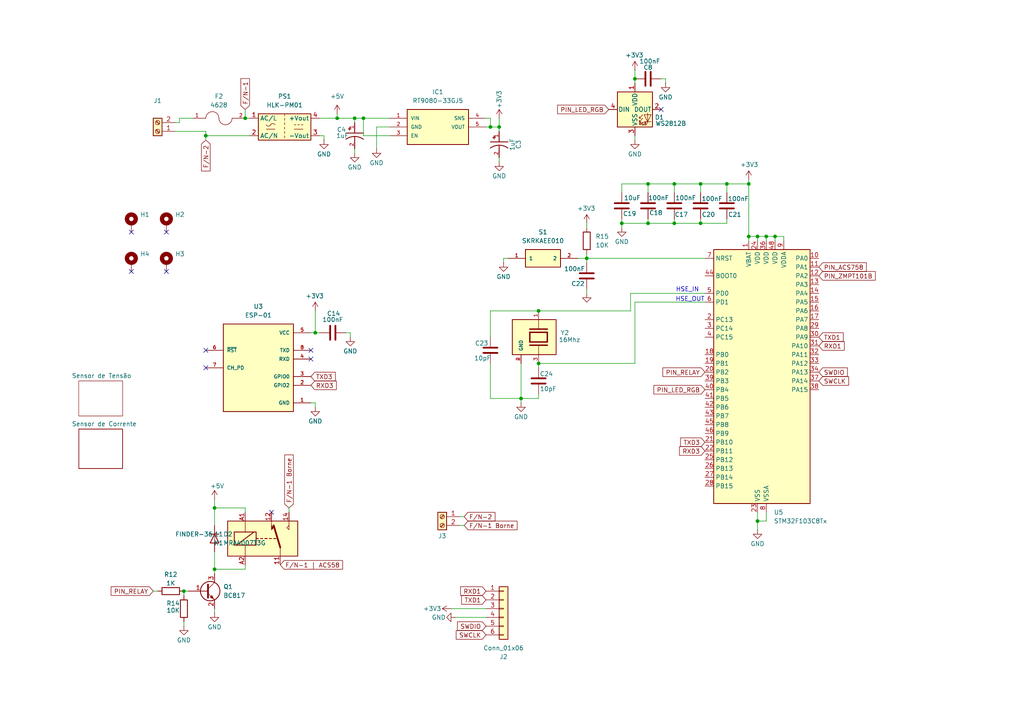
<source format=kicad_sch>
(kicad_sch (version 20231120) (generator "eeschema") (generator_version "8.0")
  (paper "A4")
  (title_block (title "Power Manegement") (date "11/01/2025") (rev "V1") (comment 2 "Trabalho de UPX - 5") (comment 3 "5° Semestre - Engenharia da Computação") (comment 4 "Feito por Kaique Vecchia Alves e Nathalia Atamanchuk"))
  (lib_symbols
    (symbol "4628:4628" (pin_names (offset 1.016))
      (property "Reference" "F" (at -2.54 5.08 0))
      (property "Value" "4628" (at -2.54 -5.08 0))
      (symbol "4628_0_0"
        (arc (start 0 0) (mid -1.905 1.8967) (end -3.81 0) (stroke (width 0.1524)))
        (polyline (pts (xy -5.08 0) (xy -3.81 0)) (stroke (width 0.1524)))
        (polyline (pts (xy 5.08 0) (xy 3.81 0)) (stroke (width 0.1524)))
        (arc (start 0 0) (mid 1.905 -1.8967) (end 3.81 0) (stroke (width 0.1524)))
        (pin passive line (at -7.62 0 0) (length 2.54) (name "~") (number "1"))
        (pin passive line (at 7.62 0 180) (length 2.54) (name "~") (number "2"))
      )
    )
    (symbol "Connector:Screw_Terminal_01x02" (pin_names (offset 1.016) hide)
      (property "Reference" "J" (at 0 2.54 0))
      (property "Value" "Screw_Terminal_01x02" (at 0 -5.08 0))
      (symbol "Screw_Terminal_01x02_1_1"
        (rectangle (start -1.27 1.27) (end 1.27 -3.81) (stroke (width 0.254)) (fill (type background)))
        (circle (center 0 -2.54) (radius 0.635) (stroke (width 0.1524)))
        (polyline (pts (xy -0.5334 -2.2098) (xy 0.3302 -3.048)) (stroke (width 0.1524)))
        (polyline (pts (xy -0.5334 0.3302) (xy 0.3302 -0.508)) (stroke (width 0.1524)))
        (polyline (pts (xy -0.3556 -2.032) (xy 0.508 -2.8702)) (stroke (width 0.1524)))
        (polyline (pts (xy -0.3556 0.508) (xy 0.508 -0.3302)) (stroke (width 0.1524)))
        (circle (center 0 0) (radius 0.635) (stroke (width 0.1524)))
        (pin passive line (at -5.08 0 0) (length 3.81) (name "Pin_1") (number "1"))
        (pin passive line (at -5.08 -2.54 0) (length 3.81) (name "Pin_2") (number "2"))
      )
    )
    (symbol "Connector_Generic:Conn_01x06" (pin_names (offset 1.016) hide)
      (property "Reference" "J" (at 0 7.62 0))
      (property "Value" "Conn_01x06" (at 0 -10.16 0))
      (symbol "Conn_01x06_1_1"
        (rectangle (start -1.27 -7.493) (end 0 -7.747) (stroke (width 0.1524)))
        (rectangle (start -1.27 -4.953) (end 0 -5.207) (stroke (width 0.1524)))
        (rectangle (start -1.27 -2.413) (end 0 -2.667) (stroke (width 0.1524)))
        (rectangle (start -1.27 0.127) (end 0 -0.127) (stroke (width 0.1524)))
        (rectangle (start -1.27 2.667) (end 0 2.413) (stroke (width 0.1524)))
        (rectangle (start -1.27 5.207) (end 0 4.953) (stroke (width 0.1524)))
        (rectangle (start -1.27 6.35) (end 1.27 -8.89) (stroke (width 0.254)) (fill (type background)))
        (pin passive line (at -5.08 5.08 0) (length 3.81) (name "Pin_1") (number "1"))
        (pin passive line (at -5.08 2.54 0) (length 3.81) (name "Pin_2") (number "2"))
        (pin passive line (at -5.08 0 0) (length 3.81) (name "Pin_3") (number "3"))
        (pin passive line (at -5.08 -2.54 0) (length 3.81) (name "Pin_4") (number "4"))
        (pin passive line (at -5.08 -5.08 0) (length 3.81) (name "Pin_5") (number "5"))
        (pin passive line (at -5.08 -7.62 0) (length 3.81) (name "Pin_6") (number "6"))
      )
    )
    (symbol "Converter_ACDC:HLK-PM01"
      (property "Reference" "PS" (at 0 5.08 0))
      (property "Value" "HLK-PM01" (at 0 -5.08 0))
      (symbol "HLK-PM01_0_1"
        (rectangle (start -7.62 3.81) (end 7.62 -3.81) (stroke (width 0.254)) (fill (type background)))
        (arc (start -5.334 0.635) (mid -4.699 0.2495) (end -4.064 0.635))
        (arc (start -2.794 0.635) (mid -3.429 1.0072) (end -4.064 0.635))
        (polyline (pts (xy -5.334 -0.635) (xy -2.794 -0.635)))
        (polyline (pts (xy 0 -2.54) (xy 0 -3.175)))
        (polyline (pts (xy 0 -1.27) (xy 0 -1.905)))
        (polyline (pts (xy 0 0) (xy 0 -0.635)))
        (polyline (pts (xy 0 1.27) (xy 0 0.635)))
        (polyline (pts (xy 0 2.54) (xy 0 1.905)))
        (polyline (pts (xy 0 3.81) (xy 0 3.175)))
        (polyline (pts (xy 2.794 -0.635) (xy 5.334 -0.635)))
        (polyline (pts (xy 2.794 0.635) (xy 3.302 0.635)))
        (polyline (pts (xy 3.81 0.635) (xy 4.318 0.635)))
        (polyline (pts (xy 4.826 0.635) (xy 5.334 0.635)))
      )
      (symbol "HLK-PM01_1_1"
        (pin power_in line (at -10.16 2.54 0) (length 2.54) (name "AC/L") (number "1"))
        (pin power_in line (at -10.16 -2.54 0) (length 2.54) (name "AC/N") (number "2"))
        (pin power_out line (at 10.16 -2.54 180) (length 2.54) (name "-Vout") (number "3"))
        (pin power_out line (at 10.16 2.54 180) (length 2.54) (name "+Vout") (number "4"))
      )
    )
    (symbol "Device:C" (pin_numbers hide) (pin_names (offset 0.254))
      (property "Reference" "C" (at 0.635 2.54 0))
      (property "Value" "C" (at 0.635 -2.54 0))
      (symbol "C_0_1"
        (polyline (pts (xy -2.032 -0.762) (xy 2.032 -0.762)) (stroke (width 0.508)))
        (polyline (pts (xy -2.032 0.762) (xy 2.032 0.762)) (stroke (width 0.508)))
      )
      (symbol "C_1_1"
        (pin passive line (at 0 3.81 270) (length 2.794) (name "~") (number "1"))
        (pin passive line (at 0 -3.81 90) (length 2.794) (name "~") (number "2"))
      )
    )
    (symbol "Device:R" (pin_numbers hide) (pin_names (offset 0))
      (property "Reference" "R" (at 2.032 0 90))
      (property "Value" "R" (at 0 0 90))
      (symbol "R_0_1"
        (rectangle (start -1.016 -2.54) (end 1.016 2.54) (stroke (width 0.254)))
      )
      (symbol "R_1_1"
        (pin passive line (at 0 3.81 270) (length 1.27) (name "~") (number "1"))
        (pin passive line (at 0 -3.81 90) (length 1.27) (name "~") (number "2"))
      )
    )
    (symbol "Diode:MRA4007T3G" (pin_numbers hide) (pin_names hide)
      (property "Reference" "D" (at 0 2.54 0))
      (property "Value" "MRA4007T3G" (at 0 -2.54 0))
      (symbol "MRA4007T3G_0_1"
        (polyline (pts (xy -1.27 1.27) (xy -1.27 -1.27)) (stroke (width 0.254)))
        (polyline (pts (xy 1.27 0) (xy -1.27 0)))
        (polyline (pts (xy 1.27 1.27) (xy 1.27 -1.27) (xy -1.27 0) (xy 1.27 1.27)) (stroke (width 0.254)))
      )
      (symbol "MRA4007T3G_1_1"
        (pin passive line (at -3.81 0 0) (length 2.54) (name "K") (number "1"))
        (pin passive line (at 3.81 0 180) (length 2.54) (name "A") (number "2"))
      )
    )
    (symbol "ESP-01:ESP-01" (pin_names (offset 1.016))
      (property "Reference" "U" (at -10.16 13.208 0))
      (property "Value" "ESP-01" (at -10.16 -12.7 0))
      (symbol "ESP-01_0_0"
        (rectangle (start -10.16 -12.7) (end 10.16 12.7) (stroke (width 0.254)) (fill (type background)))
        (pin power_in line (at 15.24 -10.16 180) (length 5.08) (name "GND") (number "1"))
        (pin bidirectional line (at 15.24 -5.08 180) (length 5.08) (name "GPIO2") (number "2"))
        (pin bidirectional line (at 15.24 -2.54 180) (length 5.08) (name "GPIO0") (number "3"))
        (pin input line (at 15.24 2.54 180) (length 5.08) (name "RXD") (number "4"))
        (pin power_in line (at 15.24 10.16 180) (length 5.08) (name "VCC") (number "5"))
        (pin input line (at -15.24 5.08 0) (length 5.08) (name "~{RST}") (number "6"))
        (pin input line (at -15.24 0 0) (length 5.08) (name "CH_PD") (number "7"))
        (pin output line (at 15.24 5.08 180) (length 5.08) (name "TXD") (number "8"))
      )
    )
    (symbol "LED:WS2812B" (pin_names (offset 0.254))
      (property "Reference" "D" (at 5.08 5.715 0))
      (property "Value" "WS2812B" (at 1.27 -5.715 0))
      (symbol "WS2812B_0_0"
        (text "RGB" (at 2.286 -4.191 0) (effects (font (size 0.762 0.762))))
      )
      (symbol "WS2812B_0_1"
        (polyline (pts (xy 1.27 -3.556) (xy 1.778 -3.556)))
        (polyline (pts (xy 1.27 -2.54) (xy 1.778 -2.54)))
        (polyline (pts (xy 4.699 -3.556) (xy 2.667 -3.556)))
        (polyline (pts (xy 2.286 -2.54) (xy 1.27 -3.556) (xy 1.27 -3.048)))
        (polyline (pts (xy 2.286 -1.524) (xy 1.27 -2.54) (xy 1.27 -2.032)))
        (polyline (pts (xy 3.683 -1.016) (xy 3.683 -3.556) (xy 3.683 -4.064)))
        (polyline (pts (xy 4.699 -1.524) (xy 2.667 -1.524) (xy 3.683 -3.556) (xy 4.699 -1.524)))
        (rectangle (start 5.08 5.08) (end -5.08 -5.08) (stroke (width 0.254)) (fill (type background)))
      )
      (symbol "WS2812B_1_1"
        (pin power_in line (at 0 7.62 270) (length 2.54) (name "VDD") (number "1"))
        (pin output line (at 7.62 0 180) (length 2.54) (name "DOUT") (number "2"))
        (pin power_in line (at 0 -7.62 90) (length 2.54) (name "VSS") (number "3"))
        (pin input line (at -7.62 0 0) (length 2.54) (name "DIN") (number "4"))
      )
    )
    (symbol "MCU_ST_STM32F1:STM32F103C8Tx"
      (property "Reference" "U" (at -12.7 39.37 0))
      (property "Value" "STM32F103C8Tx" (at 10.16 39.37 0))
      (symbol "STM32F103C8Tx_0_1"
        (rectangle (start -12.7 -35.56) (end 15.24 38.1) (stroke (width 0.254)) (fill (type background)))
      )
      (symbol "STM32F103C8Tx_1_1"
        (pin power_in line (at -2.54 40.64 270) (length 2.54) (name "VBAT") (number "1"))
        (pin bidirectional line (at 17.78 35.56 180) (length 2.54) (name "PA0") (number "10"))
        (pin bidirectional line (at 17.78 33.02 180) (length 2.54) (name "PA1") (number "11"))
        (pin bidirectional line (at 17.78 30.48 180) (length 2.54) (name "PA2") (number "12"))
        (pin bidirectional line (at 17.78 27.94 180) (length 2.54) (name "PA3") (number "13"))
        (pin bidirectional line (at 17.78 25.4 180) (length 2.54) (name "PA4") (number "14"))
        (pin bidirectional line (at 17.78 22.86 180) (length 2.54) (name "PA5") (number "15"))
        (pin bidirectional line (at 17.78 20.32 180) (length 2.54) (name "PA6") (number "16"))
        (pin bidirectional line (at 17.78 17.78 180) (length 2.54) (name "PA7") (number "17"))
        (pin bidirectional line (at -15.24 7.62 0) (length 2.54) (name "PB0") (number "18"))
        (pin bidirectional line (at -15.24 5.08 0) (length 2.54) (name "PB1") (number "19"))
        (pin bidirectional line (at -15.24 17.78 0) (length 2.54) (name "PC13") (number "2"))
        (pin bidirectional line (at -15.24 2.54 0) (length 2.54) (name "PB2") (number "20"))
        (pin bidirectional line (at -15.24 -17.78 0) (length 2.54) (name "PB10") (number "21"))
        (pin bidirectional line (at -15.24 -20.32 0) (length 2.54) (name "PB11") (number "22"))
        (pin power_in line (at 0 -38.1 90) (length 2.54) (name "VSS") (number "23"))
        (pin power_in line (at 0 40.64 270) (length 2.54) (name "VDD") (number "24"))
        (pin bidirectional line (at -15.24 -22.86 0) (length 2.54) (name "PB12") (number "25"))
        (pin bidirectional line (at -15.24 -25.4 0) (length 2.54) (name "PB13") (number "26"))
        (pin bidirectional line (at -15.24 -27.94 0) (length 2.54) (name "PB14") (number "27"))
        (pin bidirectional line (at -15.24 -30.48 0) (length 2.54) (name "PB15") (number "28"))
        (pin bidirectional line (at 17.78 15.24 180) (length 2.54) (name "PA8") (number "29"))
        (pin bidirectional line (at -15.24 15.24 0) (length 2.54) (name "PC14") (number "3"))
        (pin bidirectional line (at 17.78 12.7 180) (length 2.54) (name "PA9") (number "30"))
        (pin bidirectional line (at 17.78 10.16 180) (length 2.54) (name "PA10") (number "31"))
        (pin bidirectional line (at 17.78 7.62 180) (length 2.54) (name "PA11") (number "32"))
        (pin bidirectional line (at 17.78 5.08 180) (length 2.54) (name "PA12") (number "33"))
        (pin bidirectional line (at 17.78 2.54 180) (length 2.54) (name "PA13") (number "34"))
        (pin passive line (at 0 -38.1 90) (length 2.54) hide (name "VSS") (number "35"))
        (pin power_in line (at 2.54 40.64 270) (length 2.54) (name "VDD") (number "36"))
        (pin bidirectional line (at 17.78 0 180) (length 2.54) (name "PA14") (number "37"))
        (pin bidirectional line (at 17.78 -2.54 180) (length 2.54) (name "PA15") (number "38"))
        (pin bidirectional line (at -15.24 0 0) (length 2.54) (name "PB3") (number "39"))
        (pin bidirectional line (at -15.24 12.7 0) (length 2.54) (name "PC15") (number "4"))
        (pin bidirectional line (at -15.24 -2.54 0) (length 2.54) (name "PB4") (number "40"))
        (pin bidirectional line (at -15.24 -5.08 0) (length 2.54) (name "PB5") (number "41"))
        (pin bidirectional line (at -15.24 -7.62 0) (length 2.54) (name "PB6") (number "42"))
        (pin bidirectional line (at -15.24 -10.16 0) (length 2.54) (name "PB7") (number "43"))
        (pin input line (at -15.24 30.48 0) (length 2.54) (name "BOOT0") (number "44"))
        (pin bidirectional line (at -15.24 -12.7 0) (length 2.54) (name "PB8") (number "45"))
        (pin bidirectional line (at -15.24 -15.24 0) (length 2.54) (name "PB9") (number "46"))
        (pin passive line (at 0 -38.1 90) (length 2.54) hide (name "VSS") (number "47"))
        (pin power_in line (at 5.08 40.64 270) (length 2.54) (name "VDD") (number "48"))
        (pin bidirectional line (at -15.24 25.4 0) (length 2.54) (name "PD0") (number "5"))
        (pin bidirectional line (at -15.24 22.86 0) (length 2.54) (name "PD1") (number "6"))
        (pin input line (at -15.24 35.56 0) (length 2.54) (name "NRST") (number "7"))
        (pin power_in line (at 2.54 -38.1 90) (length 2.54) (name "VSSA") (number "8"))
        (pin power_in line (at 7.62 40.64 270) (length 2.54) (name "VDDA") (number "9"))
      )
    )
    (symbol "Mechanical:MountingHole_Pad" (pin_numbers hide) (pin_names (offset 1.016) hide) (exclude_from_sim yes) (in_bom no)
      (property "Reference" "H" (at 0 6.35 0))
      (property "Value" "MountingHole_Pad" (at 0 4.445 0))
      (symbol "MountingHole_Pad_0_1"
        (circle (center 0 1.27) (radius 1.27) (stroke (width 1.27)))
      )
      (symbol "MountingHole_Pad_1_1"
        (pin input line (at 0 -2.54 90) (length 2.54) (name "1") (number "1"))
      )
    )
    (symbol "RT9080-33GJ5:RT9080-33GJ5" (pin_names (offset 1.016))
      (property "Reference" "IC" (at 24.13 7.62 0))
      (property "Value" "RT9080-33GJ5" (at 24.13 5.08 0))
      (symbol "RT9080-33GJ5_0_0"
        (rectangle (start 5.08 -7.62) (end 22.86 2.54) (stroke (width 0.254)) (fill (type background)))
        (pin bidirectional line (at 0 0 0) (length 5.08) (name "VIN") (number "1"))
        (pin bidirectional line (at 0 -2.54 0) (length 5.08) (name "GND") (number "2"))
        (pin bidirectional line (at 0 -5.08 0) (length 5.08) (name "EN") (number "3"))
        (pin bidirectional line (at 27.94 0 180) (length 5.08) (name "SNS") (number "4"))
        (pin bidirectional line (at 27.94 -2.54 180) (length 5.08) (name "VOUT") (number "5"))
      )
    )
    (symbol "Relay:FINDER-36.11"
      (property "Reference" "K" (at 11.43 3.81 0))
      (property "Value" "FINDER-36.11" (at 11.43 1.27 0))
      (symbol "FINDER-36.11_0_0"
        (polyline (pts (xy 2.54 3.81) (xy 2.54 5.08)))
        (polyline (pts (xy 7.62 3.81) (xy 7.62 5.08)))
        (polyline (pts (xy 7.62 3.81) (xy 7.62 2.54) (xy 6.985 3.175) (xy 7.62 3.81)))
      )
      (symbol "FINDER-36.11_0_1"
        (rectangle (start -10.16 5.08) (end 10.16 -5.08) (stroke (width 0.254)) (fill (type background)))
        (rectangle (start -8.255 1.905) (end -1.905 -1.905) (stroke (width 0.254)))
        (polyline (pts (xy -7.62 -1.905) (xy -2.54 1.905)) (stroke (width 0.254)))
        (polyline (pts (xy -5.08 -5.08) (xy -5.08 -1.905)))
        (polyline (pts (xy -5.08 5.08) (xy -5.08 1.905)))
        (polyline (pts (xy -1.905 0) (xy -1.27 0)) (stroke (width 0.254)))
        (polyline (pts (xy -0.635 0) (xy 0 0)) (stroke (width 0.254)))
        (polyline (pts (xy 0.635 0) (xy 1.27 0)) (stroke (width 0.254)))
        (polyline (pts (xy 0.635 0) (xy 1.27 0)) (stroke (width 0.254)))
        (polyline (pts (xy 1.905 0) (xy 2.54 0)) (stroke (width 0.254)))
        (polyline (pts (xy 3.175 0) (xy 3.81 0)) (stroke (width 0.254)))
        (polyline (pts (xy 5.08 -2.54) (xy 3.175 3.81)) (stroke (width 0.508)))
        (polyline (pts (xy 5.08 -2.54) (xy 5.08 -5.08)))
        (polyline (pts (xy 2.54 2.54) (xy 2.54 3.81) (xy 2.54 2.54) (xy 2.54 2.54) (xy 3.175 3.175) (xy 2.54 3.81)) (fill (type outline)))
      )
      (symbol "FINDER-36.11_1_1"
        (pin passive line (at 5.08 -7.62 90) (length 2.54) (name "~") (number "11"))
        (pin passive line (at 2.54 7.62 270) (length 2.54) (name "~") (number "12"))
        (pin passive line (at 7.62 7.62 270) (length 2.54) (name "~") (number "14"))
        (pin passive line (at -5.08 7.62 270) (length 2.54) (name "~") (number "A1"))
        (pin passive line (at -5.08 -7.62 90) (length 2.54) (name "~") (number "A2"))
      )
    )
    (symbol "SKRKAEE010:SKRKAEE010" (pin_names (offset 1.016))
      (property "Reference" "S" (at 10.1893 5.0946 0))
      (property "Value" "SKRKAEE010" (at 10.1811 -5.0906 0))
      (symbol "SKRKAEE010_0_0"
        (rectangle (start 5.08 -2.54) (end 15.24 2.54) (stroke (width 0.254)) (fill (type background)))
        (pin passive line (at 0 0 0) (length 5.08) (name "1") (number "1"))
        (pin passive line (at 20.32 0 180) (length 5.08) (name "2") (number "2"))
      )
    )
    (symbol "T491A105M025AG:T491A105M025AG" (pin_names (offset 1.016))
      (property "Reference" "C" (at -5.08 3.8109 0))
      (property "Value" "T491A105M025AG" (at -5.08 -5.0885 0))
      (symbol "T491A105M025AG_0_0"
        (rectangle (start -3.713 -1.532) (end -2.824 -1.405) (stroke (width 0.1)) (fill (type outline)))
        (rectangle (start -3.332 -1.913) (end -3.205 -1.024) (stroke (width 0.1)) (fill (type outline)))
        (arc (start -0.254 2.54) (mid -1.0549 0) (end -0.254 -2.54) (stroke (width 0.254)))
        (polyline (pts (xy -5.08 0) (xy -2.032 0)) (stroke (width 0.254)))
        (polyline (pts (xy -2.032 2.54) (xy -2.032 -2.54)) (stroke (width 0.254)))
        (polyline (pts (xy -1.016 0) (xy 2.54 0)) (stroke (width 0.254)))
        (pin passive line (at -5.08 0 0) (length 2.54) (name "~") (number "1"))
        (pin passive line (at 2.54 0 180) (length 2.54) (name "~") (number "2"))
      )
    )
    (symbol "TSX-3225_25.0000MF10Z-W:TSX-3225_25.0000MF10Z-W" (pin_names (offset 1.016))
      (property "Reference" "Y" (at -5.0878 6.3559 0))
      (property "Value" "TSX-3225_25.0000MF10Z-W" (at -5.0944 -10.16 0))
      (symbol "TSX-3225_25.0000MF10Z-W_0_0"
        (rectangle (start -5.08 -7.62) (end 5.08 5.08) (stroke (width 0.254)) (fill (type background)))
        (polyline (pts (xy -5.08 0) (xy -2.54 0)) (stroke (width 0.1524)))
        (polyline (pts (xy -2.3368 2.54) (xy -2.3368 -2.54)) (stroke (width 0.4064)))
        (polyline (pts (xy -1.397 2.54) (xy -1.397 -2.54)) (stroke (width 0.4064)))
        (polyline (pts (xy -1.397 2.54) (xy 1.397 2.54)) (stroke (width 0.4064)))
        (polyline (pts (xy 1.397 -2.54) (xy -1.397 -2.54)) (stroke (width 0.4064)))
        (polyline (pts (xy 1.397 2.54) (xy 1.397 -2.54)) (stroke (width 0.4064)))
        (polyline (pts (xy 2.3368 2.54) (xy 2.3368 -2.54)) (stroke (width 0.4064)))
        (polyline (pts (xy 2.54 0) (xy 5.08 0)) (stroke (width 0.1524)))
        (pin passive line (at -7.62 0 0) (length 2.54) (name "~") (number "1"))
        (pin power_in line (at 7.62 -5.08 180) (length 2.54) (name "GND") (number "2"))
        (pin passive line (at 7.62 0 180) (length 2.54) (name "~") (number "3"))
        (pin power_in line (at 7.62 -5.08 180) (length 2.54) (name "GND") (number "4"))
      )
    )
    (symbol "Transistor_BJT:BC817" (pin_names (offset 0) hide)
      (property "Reference" "Q" (at 5.08 1.905 0))
      (property "Value" "BC817" (at 5.08 0 0))
      (symbol "BC817_0_1"
        (polyline (pts (xy 0.635 0.635) (xy 2.54 2.54)))
        (polyline (pts (xy 0.635 -0.635) (xy 2.54 -2.54) (xy 2.54 -2.54)))
        (polyline (pts (xy 0.635 1.905) (xy 0.635 -1.905) (xy 0.635 -1.905)) (stroke (width 0.508)))
        (polyline (pts (xy 1.27 -1.778) (xy 1.778 -1.27) (xy 2.286 -2.286) (xy 1.27 -1.778) (xy 1.27 -1.778)) (fill (type outline)))
        (circle (center 1.27 0) (radius 2.8194) (stroke (width 0.254)))
      )
      (symbol "BC817_1_1"
        (pin input line (at -5.08 0 0) (length 5.715) (name "B") (number "1"))
        (pin passive line (at 2.54 -5.08 90) (length 2.54) (name "E") (number "2"))
        (pin passive line (at 2.54 5.08 270) (length 2.54) (name "C") (number "3"))
      )
    )
    (symbol "power:+3V3" (power) (pin_numbers hide) (pin_names (offset 0) hide)
      (property "Value" "+3V3" (at 0 3.556 0))
      (symbol "+3V3_0_1"
        (polyline (pts (xy -0.762 1.27) (xy 0 2.54)))
        (polyline (pts (xy 0 0) (xy 0 2.54)))
        (polyline (pts (xy 0 2.54) (xy 0.762 1.27)))
      )
      (symbol "+3V3_1_1"
        (pin power_in line (at 0 0 90) (length 0) (name "~") (number "1"))
      )
    )
    (symbol "power:+5V" (power) (pin_numbers hide) (pin_names (offset 0) hide)
      (property "Value" "+5V" (at 0 3.556 0))
      (symbol "+5V_0_1"
        (polyline (pts (xy -0.762 1.27) (xy 0 2.54)))
        (polyline (pts (xy 0 0) (xy 0 2.54)))
        (polyline (pts (xy 0 2.54) (xy 0.762 1.27)))
      )
      (symbol "+5V_1_1"
        (pin power_in line (at 0 0 90) (length 0) (name "~") (number "1"))
      )
    )
    (symbol "power:GND" (power) (pin_numbers hide) (pin_names (offset 0) hide)
      (property "Value" "GND" (at 0 -3.81 0))
      (symbol "GND_0_1"
        (polyline (pts (xy 0 0) (xy 0 -1.27) (xy 1.27 -1.27) (xy 0 -2.54) (xy -1.27 -1.27) (xy 0 -1.27)))
      )
      (symbol "GND_1_1"
        (pin power_in line (at 0 0 270) (length 0) (name "~") (number "1"))
      )
    )
  )
  (junction (at 184.15 22.86))
  (junction (at 203.2 64.77))
  (junction (at 142.24 36.83))
  (junction (at 151.13 115.57))
  (junction (at 217.17 53.34))
  (junction (at 71.12 34.29))
  (junction (at 224.79 68.58))
  (junction (at 187.96 53.34))
  (junction (at 217.17 68.58))
  (junction (at 102.87 34.29))
  (junction (at 59.69 39.37))
  (junction (at 219.71 151.13))
  (junction (at 170.18 74.93))
  (junction (at 195.58 64.77))
  (junction (at 219.71 68.58))
  (junction (at 156.21 105.41))
  (junction (at 156.21 90.17))
  (junction (at 62.23 147.32))
  (junction (at 144.78 36.83))
  (junction (at 62.23 165.1))
  (junction (at 203.2 53.34))
  (junction (at 105.41 34.29))
  (junction (at 222.25 68.58))
  (junction (at 210.82 53.34))
  (junction (at 53.34 171.45))
  (junction (at 195.58 53.34))
  (junction (at 97.79 34.29))
  (junction (at 91.44 96.52))
  (junction (at 180.34 64.77))
  (junction (at 187.96 64.77))
  (no_connect (at 48.26 78.74))
  (no_connect (at 78.74 148.59))
  (no_connect (at 90.17 101.6))
  (no_connect (at 90.17 104.14))
  (no_connect (at 38.1 78.74))
  (no_connect (at 48.26 67.31))
  (no_connect (at 59.69 101.6))
  (no_connect (at 38.1 67.31))
  (no_connect (at 59.69 106.68))
  (no_connect (at 191.77 31.75))
  (wire (pts (xy 195.58 53.34) (xy 203.2 53.34)))
  (wire (pts (xy 210.82 53.34) (xy 217.17 53.34)))
  (wire (pts (xy 193.04 24.13) (xy 193.04 22.86)))
  (wire (pts (xy 140.97 176.53) (xy 130.81 176.53)))
  (wire (pts (xy 133.35 152.4) (xy 134.62 152.4)))
  (wire (pts (xy 97.79 34.29) (xy 102.87 34.29)))
  (wire (pts (xy 180.34 53.34) (xy 187.96 53.34)))
  (wire (pts (xy 142.24 115.57) (xy 151.13 115.57)))
  (wire (pts (xy 144.78 36.83) (xy 144.78 38.1)))
  (wire (pts (xy 156.21 90.17) (xy 182.88 90.17)))
  (wire (pts (xy 50.8 38.1) (xy 59.69 38.1)))
  (wire (pts (xy 91.44 90.17) (xy 91.44 96.52)))
  (wire (pts (xy 219.71 151.13) (xy 219.71 153.67)))
  (wire (pts (xy 101.6 96.52) (xy 100.33 96.52)))
  (wire (pts (xy 71.12 147.32) (xy 62.23 147.32)))
  (wire (pts (xy 219.71 148.59) (xy 219.71 151.13)))
  (wire (pts (xy 210.82 53.34) (xy 210.82 55.88)))
  (wire (pts (xy 195.58 53.34) (xy 195.58 55.88)))
  (wire (pts (xy 144.78 34.29) (xy 144.78 36.83)))
  (wire (pts (xy 184.15 87.63) (xy 184.15 105.41)))
  (wire (pts (xy 222.25 148.59) (xy 222.25 151.13)))
  (wire (pts (xy 193.04 22.86) (xy 191.77 22.86)))
  (wire (pts (xy 156.21 115.57) (xy 151.13 115.57)))
  (wire (pts (xy 210.82 64.77) (xy 203.2 64.77)))
  (wire (pts (xy 109.22 43.18) (xy 109.22 36.83)))
  (wire (pts (xy 217.17 68.58) (xy 219.71 68.58)))
  (wire (pts (xy 62.23 144.78) (xy 62.23 147.32)))
  (wire (pts (xy 187.96 53.34) (xy 195.58 53.34)))
  (wire (pts (xy 184.15 39.37) (xy 184.15 40.64)))
  (wire (pts (xy 62.23 165.1) (xy 62.23 166.37)))
  (wire (pts (xy 97.79 33.02) (xy 97.79 34.29)))
  (wire (pts (xy 195.58 64.77) (xy 203.2 64.77)))
  (wire (pts (xy 91.44 96.52) (xy 90.17 96.52)))
  (wire (pts (xy 101.6 97.79) (xy 101.6 96.52)))
  (wire (pts (xy 203.2 53.34) (xy 203.2 55.88)))
  (wire (pts (xy 71.12 165.1) (xy 71.12 163.83)))
  (wire (pts (xy 71.12 31.75) (xy 71.12 34.29)))
  (wire (pts (xy 53.34 180.34) (xy 53.34 181.61)))
  (wire (pts (xy 203.2 53.34) (xy 210.82 53.34)))
  (wire (pts (xy 59.69 39.37) (xy 59.69 38.1)))
  (wire (pts (xy 102.87 43.18) (xy 102.87 44.45)))
  (wire (pts (xy 71.12 34.29) (xy 72.39 34.29)))
  (wire (pts (xy 156.21 105.41) (xy 156.21 106.68)))
  (wire (pts (xy 180.34 63.5) (xy 180.34 64.77)))
  (wire (pts (xy 146.05 74.93) (xy 147.32 74.93)))
  (wire (pts (xy 52.07 35.56) (xy 50.8 35.56)))
  (wire (pts (xy 91.44 116.84) (xy 90.17 116.84)))
  (wire (pts (xy 93.98 39.37) (xy 93.98 40.64)))
  (wire (pts (xy 93.98 39.37) (xy 92.71 39.37)))
  (wire (pts (xy 144.78 45.72) (xy 144.78 46.99)))
  (wire (pts (xy 224.79 68.58) (xy 224.79 69.85)))
  (wire (pts (xy 142.24 105.41) (xy 142.24 115.57)))
  (wire (pts (xy 170.18 74.93) (xy 204.47 74.93)))
  (wire (pts (xy 62.23 160.02) (xy 62.23 165.1)))
  (wire (pts (xy 195.58 64.77) (xy 187.96 64.77)))
  (wire (pts (xy 133.35 149.86) (xy 134.62 149.86)))
  (wire (pts (xy 170.18 73.66) (xy 170.18 74.93)))
  (wire (pts (xy 142.24 34.29) (xy 142.24 36.83)))
  (wire (pts (xy 184.15 22.86) (xy 184.15 24.13)))
  (wire (pts (xy 151.13 115.57) (xy 151.13 116.84)))
  (wire (pts (xy 109.22 36.83) (xy 113.03 36.83)))
  (wire (pts (xy 105.41 34.29) (xy 105.41 39.37)))
  (wire (pts (xy 170.18 74.93) (xy 170.18 76.2)))
  (wire (pts (xy 53.34 171.45) (xy 54.61 171.45)))
  (wire (pts (xy 156.21 105.41) (xy 184.15 105.41)))
  (wire (pts (xy 52.07 34.29) (xy 55.88 34.29)))
  (wire (pts (xy 92.71 34.29) (xy 97.79 34.29)))
  (wire (pts (xy 142.24 36.83) (xy 144.78 36.83)))
  (wire (pts (xy 102.87 34.29) (xy 105.41 34.29)))
  (wire (pts (xy 182.88 90.17) (xy 182.88 85.09)))
  (wire (pts (xy 219.71 68.58) (xy 222.25 68.58)))
  (wire (pts (xy 187.96 63.5) (xy 187.96 64.77)))
  (wire (pts (xy 217.17 53.34) (xy 217.17 68.58)))
  (wire (pts (xy 217.17 52.07) (xy 217.17 53.34)))
  (wire (pts (xy 222.25 151.13) (xy 219.71 151.13)))
  (wire (pts (xy 140.97 179.07) (xy 132.08 179.07)))
  (wire (pts (xy 146.05 76.2) (xy 146.05 74.93)))
  (wire (pts (xy 167.64 74.93) (xy 170.18 74.93)))
  (wire (pts (xy 219.71 68.58) (xy 219.71 69.85)))
  (wire (pts (xy 83.82 147.32) (xy 83.82 148.59)))
  (wire (pts (xy 195.58 63.5) (xy 195.58 64.77)))
  (wire (pts (xy 113.03 39.37) (xy 105.41 39.37)))
  (wire (pts (xy 142.24 90.17) (xy 156.21 90.17)))
  (wire (pts (xy 170.18 83.82) (xy 170.18 85.09)))
  (wire (pts (xy 156.21 114.3) (xy 156.21 115.57)))
  (wire (pts (xy 203.2 64.77) (xy 203.2 63.5)))
  (wire (pts (xy 210.82 63.5) (xy 210.82 64.77)))
  (wire (pts (xy 180.34 53.34) (xy 180.34 55.88)))
  (wire (pts (xy 62.23 147.32) (xy 62.23 152.4)))
  (wire (pts (xy 71.12 147.32) (xy 71.12 148.59)))
  (wire (pts (xy 71.12 165.1) (xy 62.23 165.1)))
  (wire (pts (xy 180.34 64.77) (xy 187.96 64.77)))
  (wire (pts (xy 52.07 34.29) (xy 52.07 35.56)))
  (wire (pts (xy 72.39 39.37) (xy 59.69 39.37)))
  (wire (pts (xy 227.33 69.85) (xy 227.33 68.58)))
  (wire (pts (xy 142.24 90.17) (xy 142.24 97.79)))
  (wire (pts (xy 180.34 64.77) (xy 180.34 66.04)))
  (wire (pts (xy 140.97 36.83) (xy 142.24 36.83)))
  (wire (pts (xy 184.15 20.32) (xy 184.15 22.86)))
  (wire (pts (xy 62.23 176.53) (xy 62.23 177.8)))
  (wire (pts (xy 204.47 87.63) (xy 184.15 87.63)))
  (wire (pts (xy 224.79 68.58) (xy 227.33 68.58)))
  (wire (pts (xy 45.72 171.45) (xy 44.45 171.45)))
  (wire (pts (xy 170.18 64.77) (xy 170.18 66.04)))
  (wire (pts (xy 217.17 68.58) (xy 217.17 69.85)))
  (wire (pts (xy 53.34 171.45) (xy 53.34 172.72)))
  (wire (pts (xy 102.87 34.29) (xy 102.87 35.56)))
  (wire (pts (xy 222.25 68.58) (xy 222.25 69.85)))
  (wire (pts (xy 91.44 96.52) (xy 92.71 96.52)))
  (wire (pts (xy 105.41 34.29) (xy 113.03 34.29)))
  (wire (pts (xy 91.44 118.11) (xy 91.44 116.84)))
  (wire (pts (xy 182.88 85.09) (xy 204.47 85.09)))
  (wire (pts (xy 140.97 34.29) (xy 142.24 34.29)))
  (wire (pts (xy 151.13 105.41) (xy 151.13 115.57)))
  (wire (pts (xy 222.25 68.58) (xy 224.79 68.58)))
  (wire (pts (xy 187.96 53.34) (xy 187.96 55.88)))
  (wire (pts (xy 59.69 39.37) (xy 59.69 40.64)))
  (text "HSE_IN\n" (at 199.39 84.074 0) (effects (font (size 1.27 1.27))))
  (text "HSE_OUT" (at 200.152 86.868 0) (effects (font (size 1.27 1.27))))
  (global_label "F{slash}N-1 Borne" (shape input) (at 83.82 147.32 90) (property "Intersheetrefs" "${INTERSHEET_REFS}" (effects (hide yes))))
  (global_label "F{slash}N-1 | ACS58" (shape input) (at 81.28 163.83 0) (property "Intersheetrefs" "${INTERSHEET_REFS}" (effects (hide yes))))
  (global_label "PIN_LED_RGB" (shape input) (at 176.53 31.75 180) (property "Intersheetrefs" "${INTERSHEET_REFS}" (effects (hide yes))))
  (global_label "SWDIO" (shape input) (at 140.97 181.61 180) (property "Intersheetrefs" "${INTERSHEET_REFS}" (effects (hide yes))))
  (global_label "TXD3" (shape input) (at 204.47 128.27 180) (property "Intersheetrefs" "${INTERSHEET_REFS}" (effects (hide yes))))
  (global_label "TXD1" (shape input) (at 140.97 173.99 180) (property "Intersheetrefs" "${INTERSHEET_REFS}" (effects (hide yes))))
  (global_label "PIN_ACS758" (shape input) (at 237.49 77.47 0) (property "Intersheetrefs" "${INTERSHEET_REFS}" (effects (hide yes))))
  (global_label "TXD1" (shape input) (at 237.49 97.79 0) (property "Intersheetrefs" "${INTERSHEET_REFS}" (effects (hide yes))))
  (global_label "SWCLK" (shape input) (at 237.49 110.49 0) (property "Intersheetrefs" "${INTERSHEET_REFS}" (effects (hide yes))))
  (global_label "RXD1" (shape input) (at 140.97 171.45 180) (property "Intersheetrefs" "${INTERSHEET_REFS}" (effects (hide yes))))
  (global_label "SWDIO" (shape input) (at 237.49 107.95 0) (property "Intersheetrefs" "${INTERSHEET_REFS}" (effects (hide yes))))
  (global_label "SWCLK" (shape input) (at 140.97 184.15 180) (property "Intersheetrefs" "${INTERSHEET_REFS}" (effects (hide yes))))
  (global_label "F{slash}N-2" (shape input) (at 134.62 149.86 0) (property "Intersheetrefs" "${INTERSHEET_REFS}" (effects (hide yes))))
  (global_label "PIN_RELAY" (shape input) (at 44.45 171.45 180) (property "Intersheetrefs" "${INTERSHEET_REFS}" (effects (hide yes))))
  (global_label "RXD3" (shape input) (at 90.17 111.76 0) (property "Intersheetrefs" "${INTERSHEET_REFS}" (effects (hide yes))))
  (global_label "TXD3" (shape input) (at 90.17 109.22 0) (property "Intersheetrefs" "${INTERSHEET_REFS}" (effects (hide yes))))
  (global_label "RXD3" (shape input) (at 204.47 130.81 180) (property "Intersheetrefs" "${INTERSHEET_REFS}" (effects (hide yes))))
  (global_label "RXD1" (shape input) (at 237.49 100.33 0) (property "Intersheetrefs" "${INTERSHEET_REFS}" (effects (hide yes))))
  (global_label "PIN_LED_RGB" (shape input) (at 204.47 113.03 180) (property "Intersheetrefs" "${INTERSHEET_REFS}" (effects (hide yes))))
  (global_label "F{slash}N-1 Borne" (shape input) (at 134.62 152.4 0) (property "Intersheetrefs" "${INTERSHEET_REFS}" (effects (hide yes))))
  (global_label "PIN_ZMPT101B" (shape input) (at 237.49 80.01 0) (property "Intersheetrefs" "${INTERSHEET_REFS}" (effects (hide yes))))
  (global_label "PIN_RELAY" (shape input) (at 204.47 107.95 180) (property "Intersheetrefs" "${INTERSHEET_REFS}" (effects (hide yes))))
  (global_label "F{slash}N-1" (shape input) (at 71.12 31.75 90) (property "Intersheetrefs" "${INTERSHEET_REFS}" (effects (hide yes))))
  (global_label "F{slash}N-2" (shape input) (at 59.69 40.64 270) (property "Intersheetrefs" "${INTERSHEET_REFS}" (effects (hide yes))))
  (symbol (lib_id "power:GND") (at 193.04 24.13 0) (unit 1)
    (property "Reference" "#PWR012" (effects (hide yes)))
    (property "Value" "GND" (at 193.04 28.194 0))
    (property "Description" "Power symbol creates a global label with name \"GND\" , ground" (effects (hide yes)))
  )
  (symbol (lib_id "T491A105M025AG:T491A105M025AG") (at 102.87 40.64 270) (unit 1)
    (property "Reference" "C4" (at 99.06 37.592 90))
    (property "Value" "1uF" (at 99.314 39.37 90))
    (property "Footprint" "T491A105M025AG:CAPMP3216X180N" (effects (hide yes)))
    (property "MF" "KEMET" (effects (hide yes)))
    (property "MAXIMUM_PACKAGE_HEIGHT" "1.8 mm" (effects (hide yes)))
    (property "Package" "SMD-2 KEMET" (effects (hide yes)))
    (property "Price" "None" (effects (hide yes)))
    (property "Check_prices" "https://www.snapeda.com/parts/T491A105M025AG/KEMET/view-part/?ref=eda" (effects (hide yes)))
    (property "STANDARD" "IPC 7351B" (effects (hide yes)))
    (property "PARTREV" "N/A" (effects (hide yes)))
    (property "SnapEDA_Link" "https://www.snapeda.com/parts/T491A105M025AG/KEMET/view-part/?ref=snap" (effects (hide yes)))
    (property "MP" "T491A105M025AG" (effects (hide yes)))
    (property "Description_1" "\n1µF Molded Tantalum Capacitors 25V 1206 (3216 Metric) 8Ohm\n" (effects (hide yes)))
    (property "Availability" "In Stock" (effects (hide yes)))
    (property "MANUFACTURER" "KEMET" (effects (hide yes)))
  )
  (symbol (lib_id "power:+3V3") (at 144.78 34.29 0) (unit 1)
    (property "Reference" "#PWR016" (effects (hide yes)))
    (property "Value" "+3V3" (at 144.78 31.496 90) (effects (justify left)))
    (property "Description" "Power symbol creates a global label with name \"+3V3\"" (effects (hide yes)))
  )
  (symbol (lib_id "Device:R") (at 170.18 69.85 0) (unit 1)
    (property "Reference" "R15" (at 172.72 68.5799 0) (effects (justify left)))
    (property "Value" "10K" (at 172.72 71.1199 0) (effects (justify left)))
    (property "Footprint" "Resistor_SMD:R_0805_2012Metric_Pad1.20x1.40mm_HandSolder" (effects (hide yes)))
    (property "Description" "Resistor" (effects (hide yes)))
  )
  (symbol (lib_id "power:GND") (at 109.22 43.18 0) (unit 1)
    (property "Reference" "#PWR04" (effects (hide yes)))
    (property "Value" "GND" (at 109.22 47.244 0))
    (property "Description" "Power symbol creates a global label with name \"GND\" , ground" (effects (hide yes)))
  )
  (symbol (lib_id "power:+5V") (at 62.23 144.78 0) (unit 1)
    (property "Reference" "#PWR028" (effects (hide yes)))
    (property "Value" "+5V" (at 60.96 140.97 0) (effects (justify left)))
    (property "Description" "Power symbol creates a global label with name \"+5V\"" (effects (hide yes)))
  )
  (symbol (lib_id "Device:C") (at 187.96 59.69 0) (mirror x) (unit 1)
    (property "Reference" "C18" (at 190.246 61.722 0))
    (property "Value" "100nF" (at 191.008 57.404 0))
    (property "Footprint" "Capacitor_SMD:C_0805_2012Metric" (effects (hide yes)))
    (property "Description" "Unpolarized capacitor" (effects (hide yes)))
  )
  (symbol (lib_id "Diode:MRA4007T3G") (at 62.23 156.21 270) (unit 1)
    (property "Reference" "D2" (at 64.77 154.9399 90) (effects (justify left)))
    (property "Value" "MRA4007T3G" (at 64.77 157.4799 90) (effects (justify left)))
    (property "Footprint" "Diode_SMD:D_SMA_Handsoldering" (effects (hide yes)))
    (property "Datasheet" "http://www.onsemi.com/pub_link/Collateral/MRA4003T3-D.PDF" (effects (hide yes)))
    (property "Description" "1000V, 1A, General Purpose Rectifier Diode, SMA(DO-214AC)" (effects (hide yes)))
    (property "Sim.Device" "D" (effects (hide yes)))
    (property "Sim.Pins" "1=K 2=A" (effects (hide yes)))
  )
  (symbol (lib_id "Connector:Screw_Terminal_01x02") (at 128.27 149.86 0) (mirror y) (unit 1)
    (property "Reference" "J3" (at 128.27 155.448 0))
    (property "Value" "Screw_Terminal_01x02" (effects (hide yes)))
    (property "Footprint" "TerminalBlock:TerminalBlock_Altech_AK300-2_P5.00mm" (effects (hide yes)))
    (property "Description" "Generic screw terminal, single row, 01x02, script generated (kicad-library-utils/schlib/autogen/connector/)" (effects (hide yes)))
  )
  (symbol (lib_id "Connector_Generic:Conn_01x06") (at 146.05 176.53 0) (unit 1)
    (property "Reference" "J2" (at 146.05 190.5 0))
    (property "Value" "Conn_01x06" (at 146.05 187.96 0))
    (property "Footprint" "Connector_Molex:Molex_KK-254_AE-6410-06A_1x06_P2.54mm_Vertical" (effects (hide yes)))
    (property "Description" "Generic connector, single row, 01x06, script generated (kicad-library-utils/schlib/autogen/connector/)" (effects (hide yes)))
  )
  (symbol (lib_id "power:GND") (at 184.15 40.64 0) (unit 1)
    (property "Reference" "#PWR011" (effects (hide yes)))
    (property "Value" "GND" (at 184.15 44.704 0))
    (property "Description" "Power symbol creates a global label with name \"GND\" , ground" (effects (hide yes)))
  )
  (symbol (lib_id "Device:C") (at 203.2 59.69 0) (mirror x) (unit 1)
    (property "Reference" "C20" (at 205.486 62.23 0))
    (property "Value" "100nF" (at 206.502 57.658 0))
    (property "Footprint" "Capacitor_SMD:C_0805_2012Metric" (effects (hide yes)))
    (property "Description" "Unpolarized capacitor" (effects (hide yes)))
  )
  (symbol (lib_id "Relay:FINDER-36.11") (at 76.2 156.21 0) (unit 1)
    (property "Reference" "K1" (at 64.77 157.4801 0) (effects (justify right)))
    (property "Value" "FINDER-36.11" (at 64.77 154.9401 0) (effects (justify right)))
    (property "Footprint" "Relay_THT:Relay_SPDT_Finder_36.11" (effects (hide yes)))
    (property "Datasheet" "https://gfinder.findernet.com/public/attachments/36/EN/S36EN.pdf" (effects (hide yes)))
    (property "Description" "FINDER 36.11, SPDT relay, 10A" (effects (hide yes)))
  )
  (symbol (lib_id "power:GND") (at 219.71 153.67 0) (unit 1)
    (property "Reference" "#PWR034" (effects (hide yes)))
    (property "Value" "GND" (at 219.71 157.734 0))
    (property "Description" "Power symbol creates a global label with name \"GND\" , ground" (effects (hide yes)))
  )
  (symbol (lib_id "Device:C") (at 210.82 59.69 0) (mirror x) (unit 1)
    (property "Reference" "C21" (at 213.106 62.23 0))
    (property "Value" "100nF" (at 214.122 57.658 0))
    (property "Footprint" "Capacitor_SMD:C_0805_2012Metric" (effects (hide yes)))
    (property "Description" "Unpolarized capacitor" (effects (hide yes)))
  )
  (symbol (lib_id "power:GND") (at 53.34 181.61 0) (mirror y) (unit 1)
    (property "Reference" "#PWR035" (effects (hide yes)))
    (property "Value" "GND" (at 53.34 185.674 0))
    (property "Description" "Power symbol creates a global label with name \"GND\" , ground" (effects (hide yes)))
  )
  (symbol (lib_id "power:GND") (at 146.05 76.2 0) (unit 1)
    (property "Reference" "#PWR038" (effects (hide yes)))
    (property "Value" "GND" (at 146.05 80.264 0))
    (property "Description" "Power symbol creates a global label with name \"GND\" , ground" (effects (hide yes)))
  )
  (symbol (lib_id "TSX-3225_25.0000MF10Z-W:TSX-3225_25.0000MF10Z-W") (at 156.21 97.79 270) (unit 1)
    (property "Reference" "Y2" (at 162.56 96.5199 90) (effects (justify left)))
    (property "Value" "16Mhz" (at 162.052 98.552 90) (effects (justify left)))
    (property "Footprint" "TSX-3225_25.0000MF10Z-W:XTAL_TSX-3225_25.0000MF10Z-W" (effects (hide yes)))
    (property "MF" "EPSON" (effects (hide yes)))
    (property "MAXIMUM_PACKAGE_HEIGHT" "0.6 mm" (effects (hide yes)))
    (property "Package" "NON STANDARD-4 EPSON" (effects (hide yes)))
    (property "Price" "None" (effects (hide yes)))
    (property "Check_prices" "https://www.snapeda.com/parts/TSX-3225%2025.0000MF10Z-W/EPSON/view-part/?ref=eda" (effects (hide yes)))
    (property "STANDARD" "Manufacturer Recommendations" (effects (hide yes)))
    (property "PARTREV" "N/A" (effects (hide yes)))
    (property "SnapEDA_Link" "https://www.snapeda.com/parts/TSX-3225%2025.0000MF10Z-W/EPSON/view-part/?ref=snap" (effects (hide yes)))
    (property "MP" "TSX-3225 25.0000MF10Z-W" (effects (hide yes)))
    (property "Description_1" "\n                        \n                            CRYSTAL 25.0000MHZ 12PF SMD\n                        \n" (effects (hide yes)))
    (property "Availability" "In Stock" (effects (hide yes)))
    (property "MANUFACTURER" "EPSON" (effects (hide yes)))
  )
  (symbol (lib_id "power:GND") (at 101.6 97.79 0) (unit 1)
    (property "Reference" "#PWR033" (effects (hide yes)))
    (property "Value" "GND" (at 101.6 101.854 0))
    (property "Description" "Power symbol creates a global label with name \"GND\" , ground" (effects (hide yes)))
  )
  (symbol (lib_id "T491A105M025AG:T491A105M025AG") (at 144.78 43.18 270) (unit 1)
    (property "Reference" "C3" (at 150.368 41.91 0))
    (property "Value" "1uF" (at 148.59 41.91 0))
    (property "Footprint" "T491A105M025AG:CAPMP3216X180N" (effects (hide yes)))
    (property "MF" "KEMET" (effects (hide yes)))
    (property "MAXIMUM_PACKAGE_HEIGHT" "1.8 mm" (effects (hide yes)))
    (property "Package" "SMD-2 KEMET" (effects (hide yes)))
    (property "Price" "None" (effects (hide yes)))
    (property "Check_prices" "https://www.snapeda.com/parts/T491A105M025AG/KEMET/view-part/?ref=eda" (effects (hide yes)))
    (property "STANDARD" "IPC 7351B" (effects (hide yes)))
    (property "PARTREV" "N/A" (effects (hide yes)))
    (property "SnapEDA_Link" "https://www.snapeda.com/parts/T491A105M025AG/KEMET/view-part/?ref=snap" (effects (hide yes)))
    (property "MP" "T491A105M025AG" (effects (hide yes)))
    (property "Description_1" "\n1µF Molded Tantalum Capacitors 25V 1206 (3216 Metric) 8Ohm\n" (effects (hide yes)))
    (property "Availability" "In Stock" (effects (hide yes)))
    (property "MANUFACTURER" "KEMET" (effects (hide yes)))
  )
  (symbol (lib_id "power:+3V3") (at 130.81 176.53 90) (unit 1)
    (property "Reference" "#PWR023" (effects (hide yes)))
    (property "Value" "+3V3" (at 128.016 176.53 90) (effects (justify left)))
    (property "Description" "Power symbol creates a global label with name \"+3V3\"" (effects (hide yes)))
  )
  (symbol (lib_id "Device:C") (at 156.21 110.49 180) (unit 1)
    (property "Reference" "C24" (at 158.496 108.458 0))
    (property "Value" "10pF" (at 159.004 112.776 0))
    (property "Footprint" "Capacitor_SMD:C_0805_2012Metric" (effects (hide yes)))
    (property "Description" "Unpolarized capacitor" (effects (hide yes)))
  )
  (symbol (lib_id "RT9080-33GJ5:RT9080-33GJ5") (at 113.03 34.29 0) (unit 1)
    (property "Reference" "IC1" (at 127 26.67 0))
    (property "Value" "RT9080-33GJ5" (at 127 29.21 0))
    (property "Footprint" "RT9080-33GJ5:SOT94P280X100-5N" (effects (hide yes)))
    (property "Manufacturer_Name" "RICHTEK" (effects (hide yes)))
    (property "MF" "Richtek USA" (effects (hide yes)))
    (property "Mouser_Price-Stock" "https://www.mouser.co.uk/ProductDetail/Richtek/RT9080-33GJ5?qs=amGC7iS6iy9hJG6yuLjyPQ%3D%3D" (effects (hide yes)))
    (property "Description_1" "\nLinear Voltage Regulator IC Positive Fixed 1 Output 600mA TSOT-23-5\n" (effects (hide yes)))
    (property "Mouser_Part_Number" "835-RT9080-33GJ5" (effects (hide yes)))
    (property "Price" "None" (effects (hide yes)))
    (property "Package" "TSOT-23 Richtek" (effects (hide yes)))
    (property "Check_prices" "https://www.snapeda.com/parts/RT9080-33GJ5/Richtek+USA+Inc./view-part/?ref=eda" (effects (hide yes)))
    (property "Height" "1mm" (effects (hide yes)))
    (property "SnapEDA_Link" "https://www.snapeda.com/parts/RT9080-33GJ5/Richtek+USA+Inc./view-part/?ref=snap" (effects (hide yes)))
    (property "MP" "RT9080-33GJ5" (effects (hide yes)))
    (property "Purchase-URL" "https://www.snapeda.com/api/url_track_click_mouser/?unipart_id=1406383&manufacturer=Richtek USA&part_name=RT9080-33GJ5&search_term=rt9080" (effects (hide yes)))
    (property "Availability" "In Stock" (effects (hide yes)))
    (property "Manufacturer_Part_Number" "RT9080-33GJ5" (effects (hide yes)))
  )
  (symbol (lib_id "4628:4628") (at 63.5 34.29 0) (unit 1)
    (property "Reference" "F2" (at 63.5 27.94 0))
    (property "Value" "4628" (at 63.5 30.48 0))
    (property "Footprint" "4628:FUSE_4628" (effects (hide yes)))
    (property "MF" "Keystone" (effects (hide yes)))
    (property "MAXIMUM_PACKAGE_HEIGHT" "11.99mm" (effects (hide yes)))
    (property "Package" "None" (effects (hide yes)))
    (property "Price" "None" (effects (hide yes)))
    (property "Check_prices" "https://www.snapeda.com/parts/4628/Keystone/view-part/?ref=eda" (effects (hide yes)))
    (property "STANDARD" "Manufacturer Recommendation" (effects (hide yes)))
    (property "SnapEDA_Link" "https://www.snapeda.com/parts/4628/Keystone/view-part/?ref=snap" (effects (hide yes)))
    (property "MP" "4628" (effects (hide yes)))
    (property "Purchase-URL" "https://www.snapeda.com/api/url_track_click_mouser/?unipart_id=474285&manufacturer=Keystone&part_name=4628&search_term=fuse holder" (effects (hide yes)))
    (property "Description_1" "\n5mm Slim Line Fuse holder\n" (effects (hide yes)))
    (property "MANUFACTURER" "Keystone" (effects (hide yes)))
    (property "Availability" "In Stock" (effects (hide yes)))
    (property "SNAPEDA_PN" "4628" (effects (hide yes)))
  )
  (symbol (lib_id "Device:C") (at 170.18 80.01 180) (unit 1)
    (property "Reference" "C22" (at 167.64 82.296 0))
    (property "Value" "100nF" (at 166.624 77.978 0))
    (property "Footprint" "Capacitor_SMD:C_0805_2012Metric" (effects (hide yes)))
    (property "Description" "Unpolarized capacitor" (effects (hide yes)))
  )
  (symbol (lib_id "Device:C") (at 180.34 59.69 0) (mirror x) (unit 1)
    (property "Reference" "C19" (at 182.626 61.976 0))
    (property "Value" "10uF" (at 183.388 57.404 0))
    (property "Footprint" "Capacitor_SMD:C_0805_2012Metric" (effects (hide yes)))
    (property "Description" "Unpolarized capacitor" (effects (hide yes)))
  )
  (symbol (lib_id "Device:C") (at 187.96 22.86 270) (unit 1)
    (property "Reference" "C8" (at 187.96 19.558 90))
    (property "Value" "100nF" (at 188.468 17.78 90))
    (property "Footprint" "Capacitor_SMD:C_0805_2012Metric" (effects (hide yes)))
    (property "Description" "Unpolarized capacitor" (effects (hide yes)))
  )
  (symbol (lib_id "power:GND") (at 132.08 179.07 270) (unit 1)
    (property "Reference" "#PWR022" (effects (hide yes)))
    (property "Value" "GND" (at 127.254 179.07 90))
    (property "Description" "Power symbol creates a global label with name \"GND\" , ground" (effects (hide yes)))
  )
  (symbol (lib_id "power:GND") (at 91.44 118.11 0) (mirror y) (unit 1)
    (property "Reference" "#PWR032" (effects (hide yes)))
    (property "Value" "GND" (at 91.44 122.174 0))
    (property "Description" "Power symbol creates a global label with name \"GND\" , ground" (effects (hide yes)))
  )
  (symbol (lib_id "SKRKAEE010:SKRKAEE010") (at 147.32 74.93 0) (unit 1)
    (property "Reference" "S1" (at 157.48 67.31 0))
    (property "Value" "SKRKAEE010" (at 157.48 69.85 0))
    (property "Footprint" "SKRKAEE010:SKRK" (effects (hide yes)))
    (property "MF" "ALPS" (effects (hide yes)))
    (property "Description_1" "\n                        \n                            Switch Tactile N.O. SPST Round Button Gull Wing 0.05A 12VDC 1.57N SMD T/R\n                        \n" (effects (hide yes)))
    (property "Price" "None" (effects (hide yes)))
    (property "Package" "None" (effects (hide yes)))
    (property "Check_prices" "https://www.snapeda.com/parts/SKRKAEE010/ALPS/view-part/?ref=eda" (effects (hide yes)))
    (property "Manufacturer_Name" "ALPS" (effects (hide yes)))
    (property "Height" "mm" (effects (hide yes)))
    (property "SnapEDA_Link" "https://www.snapeda.com/parts/SKRKAEE010/ALPS/view-part/?ref=snap" (effects (hide yes)))
    (property "MP" "SKRKAEE010" (effects (hide yes)))
    (property "Supplier_Name" "RS" (effects (hide yes)))
    (property "Availability" "In Stock" (effects (hide yes)))
    (property "Manufacturer_Part_Number" "SKRKAEE010" (effects (hide yes)))
  )
  (symbol (lib_id "power:GND") (at 102.87 44.45 0) (unit 1)
    (property "Reference" "#PWR06" (effects (hide yes)))
    (property "Value" "GND" (at 102.87 48.514 0))
    (property "Description" "Power symbol creates a global label with name \"GND\" , ground" (effects (hide yes)))
  )
  (symbol (lib_id "power:+3V3") (at 170.18 64.77 0) (unit 1)
    (property "Reference" "#PWR039" (effects (hide yes)))
    (property "Value" "+3V3" (at 167.386 60.452 0) (effects (justify left)))
    (property "Description" "Power symbol creates a global label with name \"+3V3\"" (effects (hide yes)))
  )
  (symbol (lib_id "power:GND") (at 62.23 177.8 0) (mirror y) (unit 1)
    (property "Reference" "#PWR014" (effects (hide yes)))
    (property "Value" "GND" (at 62.23 181.864 0))
    (property "Description" "Power symbol creates a global label with name \"GND\" , ground" (effects (hide yes)))
  )
  (symbol (lib_id "power:GND") (at 151.13 116.84 0) (mirror y) (unit 1)
    (property "Reference" "#PWR041" (effects (hide yes)))
    (property "Value" "GND" (at 151.13 120.904 0))
    (property "Description" "Power symbol creates a global label with name \"GND\" , ground" (effects (hide yes)))
  )
  (symbol (lib_id "power:GND") (at 170.18 85.09 0) (unit 1)
    (property "Reference" "#PWR040" (effects (hide yes)))
    (property "Value" "GND" (effects (hide yes)))
    (property "Description" "Power symbol creates a global label with name \"GND\" , ground" (effects (hide yes)))
  )
  (symbol (lib_id "power:+3V3") (at 217.17 52.07 0) (mirror y) (unit 1)
    (property "Reference" "#PWR036" (effects (hide yes)))
    (property "Value" "+3V3" (at 219.964 47.752 0) (effects (justify left)))
    (property "Description" "Power symbol creates a global label with name \"+3V3\"" (effects (hide yes)))
  )
  (symbol (lib_id "power:GND") (at 144.78 46.99 0) (unit 1)
    (property "Reference" "#PWR07" (effects (hide yes)))
    (property "Value" "GND" (at 144.78 51.054 0))
    (property "Description" "Power symbol creates a global label with name \"GND\" , ground" (effects (hide yes)))
  )
  (symbol (lib_id "power:+3V3") (at 184.15 20.32 0) (unit 1)
    (property "Reference" "#PWR017" (effects (hide yes)))
    (property "Value" "+3V3" (at 181.356 16.002 0) (effects (justify left)))
    (property "Description" "Power symbol creates a global label with name \"+3V3\"" (effects (hide yes)))
  )
  (symbol (lib_id "power:+5V") (at 97.79 33.02 0) (unit 1)
    (property "Reference" "#PWR015" (effects (hide yes)))
    (property "Value" "+5V" (at 97.79 27.94 0))
    (property "Description" "Power symbol creates a global label with name \"+5V\"" (effects (hide yes)))
  )
  (symbol (lib_id "Mechanical:MountingHole_Pad") (at 38.1 64.77 0) (unit 1) (exclude_from_sim yes) (in_bom no)
    (property "Reference" "H1" (at 40.64 62.2299 0) (effects (justify left)))
    (property "Value" "MountingHole_Pad" (effects (hide yes)))
    (property "Footprint" "MountingHole:MountingHole_3.2mm_M3_Pad_Via" (effects (hide yes)))
    (property "Description" "Mounting Hole with connection" (effects (hide yes)))
  )
  (symbol (lib_id "Device:C") (at 195.58 59.69 0) (mirror x) (unit 1)
    (property "Reference" "C17" (at 197.612 62.23 0))
    (property "Value" "100nF" (at 198.882 57.404 0))
    (property "Footprint" "Capacitor_SMD:C_0805_2012Metric" (effects (hide yes)))
    (property "Description" "Unpolarized capacitor" (effects (hide yes)))
  )
  (symbol (lib_id "ESP-01:ESP-01") (at 74.93 106.68 0) (unit 1)
    (property "Reference" "U3" (at 74.93 88.9 0))
    (property "Value" "ESP-01" (at 74.93 91.44 0))
    (property "Footprint" "ESP-01:MODULE_ESP-01" (effects (hide yes)))
    (property "MF" "AI-Thinker" (effects (hide yes)))
    (property "MAXIMUM_PACKAGE_HEIGHT" "6.5mm" (effects (hide yes)))
    (property "Package" "Non-Standard AI-Thinker" (effects (hide yes)))
    (property "Price" "None" (effects (hide yes)))
    (property "Check_prices" "https://www.snapeda.com/parts/ESP-01/AI-Thinker/view-part/?ref=eda" (effects (hide yes)))
    (property "STANDARD" "Manufacturer Recommendations" (effects (hide yes)))
    (property "PARTREV" "1.0" (effects (hide yes)))
    (property "SnapEDA_Link" "https://www.snapeda.com/parts/ESP-01/AI-Thinker/view-part/?ref=snap" (effects (hide yes)))
    (property "MP" "ESP-01" (effects (hide yes)))
    (property "Description_1" "\n                        \n                            ESP-01M ESP8266 DIP Adapter series Transceiver; 802.11 b/g/n (Wi-Fi, WiFi, WLAN) Evaluation Board\n                        \n" (effects (hide yes)))
    (property "Availability" "Not in stock" (effects (hide yes)))
    (property "MANUFACTURER" "AI-Thinker" (effects (hide yes)))
  )
  (symbol (lib_id "Converter_ACDC:HLK-PM01") (at 82.55 36.83 0) (unit 1)
    (property "Reference" "PS1" (at 82.55 27.94 0))
    (property "Value" "HLK-PM01" (at 82.55 30.48 0))
    (property "Footprint" "Converter_ACDC:Converter_ACDC_Hi-Link_HLK-PMxx" (effects (hide yes)))
    (property "Datasheet" "https://h.hlktech.com/download/ACDC%E7%94%B5%E6%BA%90%E6%A8%A1%E5%9D%973W%E7%B3%BB%E5%88%97/1/%E6%B5%B7%E5%87%8C%E7%A7%913W%E7%B3%BB%E5%88%97%E7%94%B5%E6%BA%90%E6%A8%A1%E5%9D%97%E8%A7%84%E6%A0%BC%E4%B9%A6V2.8.pdf" (effects (hide yes)))
    (property "Description" "Compact AC/DC board mount power module 3W 5V" (effects (hide yes)))
  )
  (symbol (lib_id "LED:WS2812B") (at 184.15 31.75 0) (unit 1)
    (property "Reference" "D1" (at 191.262 34.036 0))
    (property "Value" "WS2812B" (at 194.564 35.814 0))
    (property "Footprint" "LED_SMD:LED_WS2812B_PLCC4_5.0x5.0mm_P3.2mm" (effects (hide yes)))
    (property "Datasheet" "https://cdn-shop.adafruit.com/datasheets/WS2812B.pdf" (effects (hide yes)))
    (property "Description" "RGB LED with integrated controller" (effects (hide yes)))
  )
  (symbol (lib_id "Mechanical:MountingHole_Pad") (at 38.1 76.2 0) (unit 1) (exclude_from_sim yes) (in_bom no)
    (property "Reference" "H4" (at 40.64 73.6599 0) (effects (justify left)))
    (property "Value" "MountingHole_Pad" (effects (hide yes)))
    (property "Footprint" "MountingHole:MountingHole_3.2mm_M3_Pad_Via" (effects (hide yes)))
    (property "Description" "Mounting Hole with connection" (effects (hide yes)))
  )
  (symbol (lib_id "MCU_ST_STM32F1:STM32F103C8Tx") (at 219.71 110.49 0) (unit 1)
    (property "Reference" "U5" (at 224.4441 148.59 0) (effects (justify left)))
    (property "Value" "STM32F103C8Tx" (at 224.4441 151.13 0) (effects (justify left)))
    (property "Footprint" "Package_QFP:LQFP-48_7x7mm_P0.5mm" (effects (hide yes)))
    (property "Datasheet" "https://www.st.com/resource/en/datasheet/stm32f103c8.pdf" (effects (hide yes)))
    (property "Description" "STMicroelectronics Arm Cortex-M3 MCU, 64KB flash, 20KB RAM, 72 MHz, 2.0-3.6V, 37 GPIO, LQFP48" (effects (hide yes)))
  )
  (symbol (lib_id "Mechanical:MountingHole_Pad") (at 48.26 64.77 0) (unit 1) (exclude_from_sim yes) (in_bom no)
    (property "Reference" "H2" (at 50.8 62.2299 0) (effects (justify left)))
    (property "Value" "MountingHole_Pad" (effects (hide yes)))
    (property "Footprint" "MountingHole:MountingHole_3.2mm_M3_Pad_Via" (effects (hide yes)))
    (property "Description" "Mounting Hole with connection" (effects (hide yes)))
  )
  (symbol (lib_id "power:+3V3") (at 91.44 90.17 0) (unit 1)
    (property "Reference" "#PWR031" (effects (hide yes)))
    (property "Value" "+3V3" (at 88.646 85.852 0) (effects (justify left)))
    (property "Description" "Power symbol creates a global label with name \"+3V3\"" (effects (hide yes)))
  )
  (symbol (lib_id "Device:C") (at 96.52 96.52 90) (unit 1)
    (property "Reference" "C14" (at 96.774 90.932 90))
    (property "Value" "100nF" (at 96.52 92.71 90))
    (property "Footprint" "Capacitor_SMD:C_0805_2012Metric" (effects (hide yes)))
    (property "Description" "Unpolarized capacitor" (effects (hide yes)))
  )
  (symbol (lib_id "Device:R") (at 53.34 176.53 180) (unit 1)
    (property "Reference" "R14" (at 48.26 175.006 0) (effects (justify right)))
    (property "Value" "10K" (at 48.26 177.038 0) (effects (justify right)))
    (property "Footprint" "Resistor_SMD:R_0805_2012Metric_Pad1.20x1.40mm_HandSolder" (effects (hide yes)))
    (property "Description" "Resistor" (effects (hide yes)))
  )
  (symbol (lib_id "power:GND") (at 93.98 40.64 0) (unit 1)
    (property "Reference" "#PWR05" (effects (hide yes)))
    (property "Value" "GND" (at 93.98 44.704 0))
    (property "Description" "Power symbol creates a global label with name \"GND\" , ground" (effects (hide yes)))
  )
  (symbol (lib_id "Connector:Screw_Terminal_01x02") (at 45.72 38.1 180) (unit 1)
    (property "Reference" "J1" (at 45.72 29.21 0))
    (property "Value" "Screw_Terminal_01x02" (effects (hide yes)))
    (property "Footprint" "TerminalBlock:TerminalBlock_Altech_AK300-2_P5.00mm" (effects (hide yes)))
    (property "Description" "Generic screw terminal, single row, 01x02, script generated (kicad-library-utils/schlib/autogen/connector/)" (effects (hide yes)))
  )
  (symbol (lib_id "Mechanical:MountingHole_Pad") (at 48.26 76.2 0) (unit 1) (exclude_from_sim yes) (in_bom no)
    (property "Reference" "H3" (at 50.8 73.6599 0) (effects (justify left)))
    (property "Value" "MountingHole_Pad" (effects (hide yes)))
    (property "Footprint" "MountingHole:MountingHole_3.2mm_M3_Pad_Via" (effects (hide yes)))
    (property "Description" "Mounting Hole with connection" (effects (hide yes)))
  )
  (symbol (lib_id "Transistor_BJT:BC817") (at 59.69 171.45 0) (unit 1)
    (property "Reference" "Q1" (at 64.77 170.1799 0) (effects (justify left)))
    (property "Value" "BC817" (at 64.77 172.7199 0) (effects (justify left)))
    (property "Footprint" "Package_TO_SOT_SMD:SOT-23" (effects (hide yes)))
    (property "Datasheet" "https://www.onsemi.com/pub/Collateral/BC818-D.pdf" (effects (hide yes)))
    (property "Description" "0.8A Ic, 45V Vce, NPN Transistor, SOT-23" (effects (hide yes)))
  )
  (symbol (lib_id "Device:R") (at 49.53 171.45 90) (unit 1)
    (property "Reference" "R12" (at 49.53 166.624 90))
    (property "Value" "1K" (at 49.53 169.164 90))
    (property "Footprint" "Resistor_SMD:R_0805_2012Metric_Pad1.20x1.40mm_HandSolder" (effects (hide yes)))
    (property "Description" "Resistor" (effects (hide yes)))
  )
  (symbol (lib_id "power:GND") (at 180.34 66.04 0) (mirror y) (unit 1)
    (property "Reference" "#PWR037" (effects (hide yes)))
    (property "Value" "GND" (at 180.34 70.104 0))
    (property "Description" "Power symbol creates a global label with name \"GND\" , ground" (effects (hide yes)))
  )
  (symbol (lib_id "Device:C") (at 142.24 101.6 180) (unit 1)
    (property "Reference" "C23" (at 139.7 99.568 0))
    (property "Value" "10pF" (at 139.954 103.886 0))
    (property "Footprint" "Capacitor_SMD:C_0805_2012Metric" (effects (hide yes)))
    (property "Description" "Unpolarized capacitor" (effects (hide yes)))
  )
  (sheet (at 22.86 124.46) (size 12.7 11.43) (stroke (width 0.1524))
    (property "Sheetname" "Sensor de Corrente" (at 20.828 123.698 0) (effects (justify left bottom)))
    (property "Sheetfile" "Sensor de Corrente.kicad_sch" (effects (hide yes)))
  )
  (sheet (at 22.86 110.49) (size 12.7 10.16) (stroke (width 0.0039))
    (property "Sheetname" "Sensor de Tensão" (at 20.828 109.728 0) (effects (justify left bottom)))
    (property "Sheetfile" "Sensor de tensao.kicad_sch" (effects (hide yes)))
  )
)
</source>
